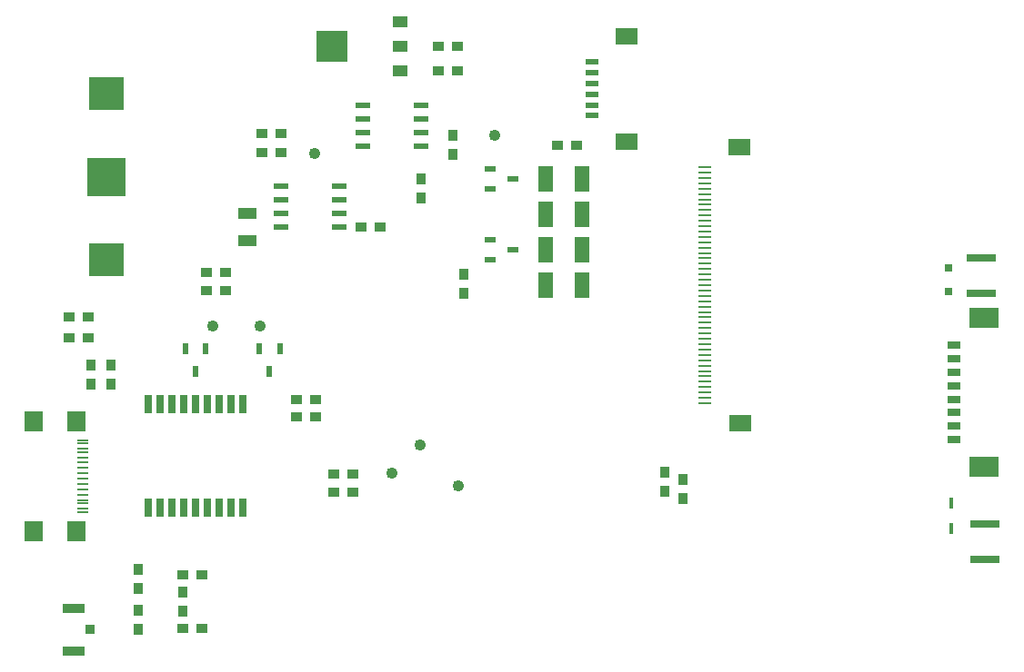
<source format=gbr>
G04 DesignSpark PCB PRO Gerber Version 10.0 Build 5299*
G04 #@! TF.Part,Single*
G04 #@! TF.FileFunction,Paste,Bot*
G04 #@! TF.FilePolarity,Positive*
%FSLAX35Y35*%
%MOIN*%
G04 #@! TA.AperFunction,SMDPad,CuDef*
%ADD102R,0.01772X0.04035*%
%ADD82R,0.02303X0.04469*%
%ADD80R,0.02835X0.06772*%
%ADD84R,0.03543X0.03898*%
%ADD90R,0.05670X0.09570*%
%ADD97R,0.07087X0.07795*%
%ADD101R,0.02835X0.02835*%
%ADD104R,0.14173X0.14173*%
%ADD81C,0.04252*%
%ADD96R,0.04409X0.01063*%
%ADD89R,0.05000X0.01063*%
%ADD87R,0.04882X0.02126*%
%ADD91R,0.04469X0.02303*%
%ADD92R,0.05748X0.02303*%
%ADD94R,0.04803X0.02835*%
%ADD100R,0.10717X0.03118*%
%ADD86R,0.03740X0.03543*%
%ADD83R,0.03898X0.03543*%
%ADD85R,0.08248X0.03720*%
%ADD93R,0.07047X0.03898*%
%ADD98R,0.05827X0.04252*%
%ADD88R,0.07953X0.06378*%
%ADD95R,0.10984X0.07441*%
%ADD99R,0.11693X0.11693*%
%ADD103R,0.12795X0.12402*%
G04 #@! TD.AperFunction*
X0Y0D02*
D02*
D80*
X57193Y64370D03*
Y102559D03*
X61524Y64370D03*
Y102559D03*
X65854Y64370D03*
Y102559D03*
X70185Y64370D03*
Y102559D03*
X74516Y64370D03*
Y102559D03*
X78846Y64370D03*
Y102559D03*
X83177Y64370D03*
Y102559D03*
X87508Y64370D03*
Y102559D03*
X91839Y64370D03*
Y102559D03*
D02*
D81*
X80815Y131102D03*
X98138D03*
X118216Y194489D03*
X146563Y77166D03*
X156799Y87402D03*
X170972Y72441D03*
X184358Y201181D03*
D02*
D82*
X70736Y122638D03*
X74516Y114370D03*
X78295Y122638D03*
X97902D03*
X101681Y114370D03*
X105461Y122638D03*
D02*
D83*
X28102Y126772D03*
Y134252D03*
X35102Y126772D03*
Y134252D03*
X69834Y20079D03*
Y39764D03*
X76834Y20079D03*
Y39764D03*
X78496Y144094D03*
Y150787D03*
X85496Y144094D03*
Y150787D03*
X98969Y194882D03*
Y201575D03*
X105969Y194882D03*
Y201575D03*
X111567Y97638D03*
Y103937D03*
X118567Y97638D03*
Y103937D03*
X125346Y70079D03*
Y76772D03*
X132346Y70079D03*
Y76772D03*
X135189Y167323D03*
X142189D03*
X163535Y224803D03*
Y233858D03*
X170535Y224803D03*
Y233858D03*
X207039Y197244D03*
X214039D03*
D02*
D84*
X36327Y109886D03*
Y116886D03*
X43413Y109886D03*
Y116886D03*
X53649Y19729D03*
Y26729D03*
Y34689D03*
Y41689D03*
X69791Y26421D03*
Y33421D03*
X157193Y177996D03*
Y184996D03*
X169004Y194138D03*
Y201138D03*
X172941Y142957D03*
Y149957D03*
X246563Y70516D03*
Y77516D03*
X253256Y67717D03*
Y74717D03*
D02*
D85*
X30028Y11811D03*
Y27559D03*
D02*
D86*
X36031Y19685D03*
D02*
D87*
X219791Y208268D03*
Y212205D03*
Y216142D03*
Y220079D03*
Y224016D03*
Y227953D03*
D02*
D88*
X232587Y198819D03*
Y237402D03*
X273886Y196850D03*
X274122Y95276D03*
D02*
D89*
X261327Y102756D03*
Y104724D03*
Y106693D03*
Y108661D03*
Y110630D03*
Y112598D03*
Y114567D03*
Y116535D03*
Y118504D03*
Y120472D03*
Y122441D03*
Y124409D03*
Y126378D03*
Y128346D03*
Y130315D03*
Y132283D03*
Y134252D03*
Y136220D03*
Y138189D03*
Y140157D03*
Y142126D03*
Y144094D03*
Y146063D03*
Y148031D03*
Y150000D03*
Y151969D03*
Y153937D03*
Y155906D03*
Y157874D03*
Y159843D03*
Y161811D03*
Y163780D03*
Y165748D03*
Y167717D03*
Y169685D03*
Y171654D03*
Y173622D03*
Y175591D03*
Y177559D03*
Y179528D03*
Y181496D03*
Y183465D03*
Y185433D03*
Y187402D03*
Y189370D03*
D02*
D90*
X202855Y146063D03*
Y159055D03*
Y172047D03*
Y185039D03*
X216255Y146063D03*
Y159055D03*
Y172047D03*
Y185039D03*
D02*
D91*
X182587Y155276D03*
Y162835D03*
Y181260D03*
Y188819D03*
X190854Y159055D03*
Y185039D03*
D02*
D92*
X105965Y167303D03*
Y172303D03*
Y177303D03*
Y182303D03*
X127319Y167303D03*
Y172303D03*
Y177303D03*
Y182303D03*
X135886Y197224D03*
Y202224D03*
Y207224D03*
Y212224D03*
X157240Y197224D03*
Y202224D03*
Y207224D03*
Y212224D03*
D02*
D93*
X93413Y162402D03*
Y172244D03*
D02*
D94*
X352634Y89469D03*
Y94390D03*
Y99311D03*
Y104232D03*
Y109154D03*
Y114075D03*
Y118996D03*
Y123917D03*
D02*
D95*
X363461Y79429D03*
Y133957D03*
D02*
D96*
X33091Y62795D03*
Y63976D03*
Y65945D03*
Y67126D03*
Y69094D03*
Y71063D03*
Y73031D03*
Y75000D03*
Y76969D03*
Y78937D03*
Y80906D03*
Y82874D03*
Y84843D03*
Y86024D03*
Y87992D03*
Y89173D03*
D02*
D97*
X15354Y55866D03*
Y96102D03*
X30827Y55866D03*
Y96102D03*
D02*
D98*
X149691Y224787D03*
Y233842D03*
Y242897D03*
D02*
D99*
X124494Y233842D03*
D02*
D100*
X362705Y143169D03*
Y156043D03*
X363886Y45531D03*
Y58406D03*
D02*
D101*
X350500Y143701D03*
Y152363D03*
D02*
D102*
X351681Y56890D03*
Y65945D03*
D02*
D103*
X41838Y155315D03*
Y216339D03*
D02*
D104*
Y185827D03*
X0Y0D02*
M02*

</source>
